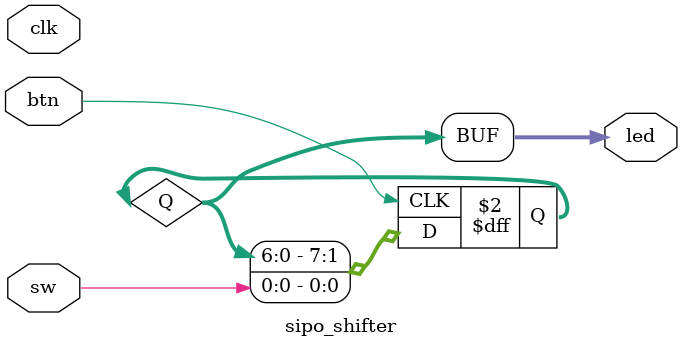
<source format=v>
`timescale 1ns / 1ps

module sipo_shifter(

    input sw,
    input btn,
    input clk,
    output [7:0]led

    );
    
    //register 
    reg [7:0]Q;
    
    always @(posedge(btn)) begin
       if(btn) Q <= {Q[6:0], sw};
       else Q <= Q;
    end
    
    assign led = Q;
    
endmodule

</source>
